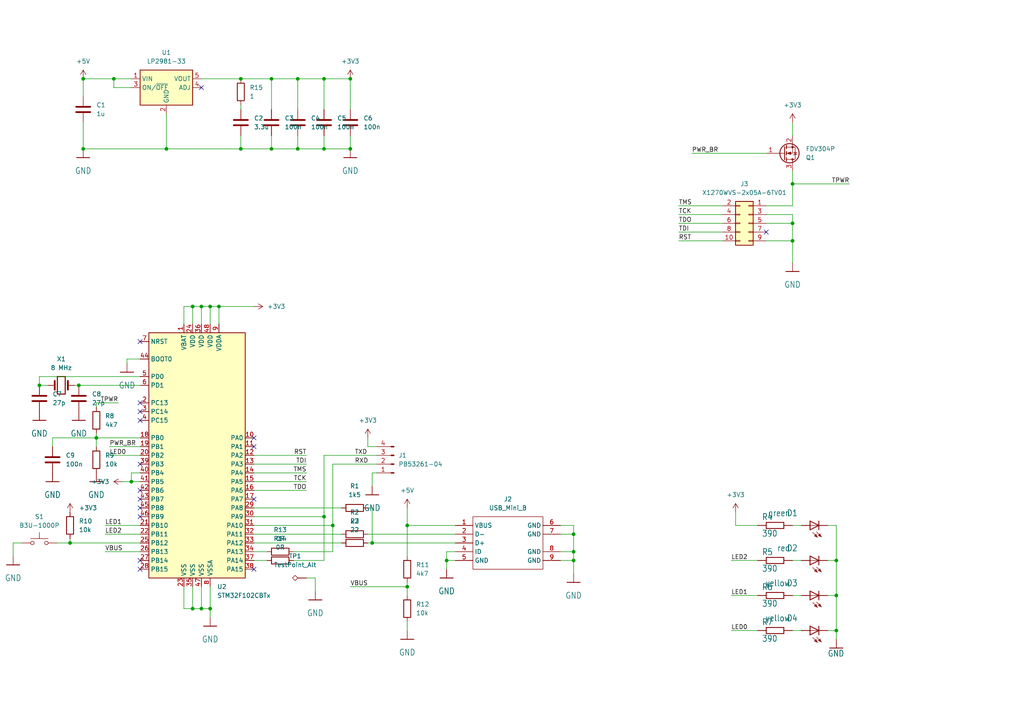
<source format=kicad_sch>
(kicad_sch (version 20211123) (generator eeschema)
  (paper "A4")
  (lib_symbols
    (symbol "Connector:Conn_01x04_Male" (pin_names (offset 1.016) hide)
      (property "Reference" "J" (at 0 5.08 0))
      (property "Value" "Conn_01x04_Male" (at 0 -7.62 0))
      (symbol "Conn_01x04_Male_1_1"
        (polyline (pts (xy 1.27 -5.08) (xy 0.8636 -5.08)) (stroke (width 0.1524)))
        (polyline (pts (xy 1.27 -2.54) (xy 0.8636 -2.54)) (stroke (width 0.1524)))
        (polyline (pts (xy 1.27 0) (xy 0.8636 0)) (stroke (width 0.1524)))
        (polyline (pts (xy 1.27 2.54) (xy 0.8636 2.54)) (stroke (width 0.1524)))
        (rectangle (start 0.8636 -4.953) (end 0 -5.207) (stroke (width 0.1524)) (fill (type outline)))
        (rectangle (start 0.8636 -2.413) (end 0 -2.667) (stroke (width 0.1524)) (fill (type outline)))
        (rectangle (start 0.8636 0.127) (end 0 -0.127) (stroke (width 0.1524)) (fill (type outline)))
        (rectangle (start 0.8636 2.667) (end 0 2.413) (stroke (width 0.1524)) (fill (type outline)))
        (pin passive line (at 5.08 2.54 180) (length 3.81) (name "Pin_1") (number "1"))
        (pin passive line (at 5.08 0 180) (length 3.81) (name "Pin_2") (number "2"))
        (pin passive line (at 5.08 -2.54 180) (length 3.81) (name "Pin_3") (number "3"))
        (pin passive line (at 5.08 -5.08 180) (length 3.81) (name "Pin_4") (number "4"))
      )
    )
    (symbol "Connector:TestPoint_Alt" (pin_numbers hide) (pin_names (offset 0.762) hide)
      (property "Reference" "TP" (at 0 6.858 0))
      (property "Value" "TestPoint_Alt" (at 0 5.08 0))
      (symbol "TestPoint_Alt_0_1"
        (polyline (pts (xy 0 2.54) (xy -0.762 3.302) (xy 0 4.064) (xy 0.762 3.302) (xy 0 2.54)))
      )
      (symbol "TestPoint_Alt_1_1"
        (pin passive line (at 0 0 90) (length 2.54) (name "1") (number "1"))
      )
    )
    (symbol "Connector_Generic:Conn_02x05_Odd_Even" (pin_names (offset 1.016) hide)
      (property "Reference" "J" (at 1.27 7.62 0))
      (property "Value" "Conn_02x05_Odd_Even" (at 1.27 -7.62 0))
      (symbol "Conn_02x05_Odd_Even_1_1"
        (rectangle (start -1.27 -4.953) (end 0 -5.207) (stroke (width 0.1524)))
        (rectangle (start -1.27 -2.413) (end 0 -2.667) (stroke (width 0.1524)))
        (rectangle (start -1.27 0.127) (end 0 -0.127) (stroke (width 0.1524)))
        (rectangle (start -1.27 2.667) (end 0 2.413) (stroke (width 0.1524)))
        (rectangle (start -1.27 5.207) (end 0 4.953) (stroke (width 0.1524)))
        (rectangle (start -1.27 6.35) (end 3.81 -6.35) (stroke (width 0.254)) (fill (type background)))
        (rectangle (start 3.81 -4.953) (end 2.54 -5.207) (stroke (width 0.1524)))
        (rectangle (start 3.81 -2.413) (end 2.54 -2.667) (stroke (width 0.1524)))
        (rectangle (start 3.81 0.127) (end 2.54 -0.127) (stroke (width 0.1524)))
        (rectangle (start 3.81 2.667) (end 2.54 2.413) (stroke (width 0.1524)))
        (rectangle (start 3.81 5.207) (end 2.54 4.953) (stroke (width 0.1524)))
        (pin passive line (at -5.08 5.08 0) (length 3.81) (name "Pin_1") (number "1"))
        (pin passive line (at 7.62 -5.08 180) (length 3.81) (name "Pin_10") (number "10"))
        (pin passive line (at 7.62 5.08 180) (length 3.81) (name "Pin_2") (number "2"))
        (pin passive line (at -5.08 2.54 0) (length 3.81) (name "Pin_3") (number "3"))
        (pin passive line (at 7.62 2.54 180) (length 3.81) (name "Pin_4") (number "4"))
        (pin passive line (at -5.08 0 0) (length 3.81) (name "Pin_5") (number "5"))
        (pin passive line (at 7.62 0 180) (length 3.81) (name "Pin_6") (number "6"))
        (pin passive line (at -5.08 -2.54 0) (length 3.81) (name "Pin_7") (number "7"))
        (pin passive line (at 7.62 -2.54 180) (length 3.81) (name "Pin_8") (number "8"))
        (pin passive line (at -5.08 -5.08 0) (length 3.81) (name "Pin_9") (number "9"))
      )
    )
    (symbol "Device:C" (pin_numbers hide) (pin_names (offset 0.254))
      (property "Reference" "C" (at 0.635 2.54 0))
      (property "Value" "C" (at 0.635 -2.54 0))
      (symbol "C_0_1"
        (polyline (pts (xy -2.032 -0.762) (xy 2.032 -0.762)) (stroke (width 0.508)))
        (polyline (pts (xy -2.032 0.762) (xy 2.032 0.762)) (stroke (width 0.508)))
      )
      (symbol "C_1_1"
        (pin passive line (at 0 3.81 270) (length 2.794) (name "~") (number "1"))
        (pin passive line (at 0 -3.81 90) (length 2.794) (name "~") (number "2"))
      )
    )
    (symbol "Device:Crystal" (pin_numbers hide) (pin_names (offset 1.016) hide)
      (property "Reference" "Y" (at 0 3.81 0))
      (property "Value" "Crystal" (at 0 -3.81 0))
      (symbol "Crystal_0_1"
        (rectangle (start -1.143 2.54) (end 1.143 -2.54) (stroke (width 0.3048)))
        (polyline (pts (xy -2.54 0) (xy -1.905 0)))
        (polyline (pts (xy -1.905 -1.27) (xy -1.905 1.27)) (stroke (width 0.508)))
        (polyline (pts (xy 1.905 -1.27) (xy 1.905 1.27)) (stroke (width 0.508)))
        (polyline (pts (xy 2.54 0) (xy 1.905 0)))
      )
      (symbol "Crystal_1_1"
        (pin passive line (at -3.81 0 0) (length 1.27) (name "1") (number "1"))
        (pin passive line (at 3.81 0 180) (length 1.27) (name "2") (number "2"))
      )
    )
    (symbol "Device:R" (pin_numbers hide) (pin_names (offset 0))
      (property "Reference" "R" (at 2.032 0 90))
      (property "Value" "R" (at 0 0 90))
      (symbol "R_0_1"
        (rectangle (start -1.016 -2.54) (end 1.016 2.54) (stroke (width 0.254)))
      )
      (symbol "R_1_1"
        (pin passive line (at 0 3.81 270) (length 1.27) (name "~") (number "1"))
        (pin passive line (at 0 -3.81 90) (length 1.27) (name "~") (number "2"))
      )
    )
    (symbol "LEDCHIPLED_0603_1"
      (property "Reference" "D1" (at 4.572 3.556 90))
      (property "Value" "LEDCHIPLED_0603_1" (at 4.572 5.715 90))
      (symbol "LEDCHIPLED_0603_1_1_0"
        (polyline (pts (xy -2.032 -0.762) (xy -3.429 -2.159)) (stroke (width 0.1524)))
        (polyline (pts (xy -1.905 -1.905) (xy -3.302 -3.302)) (stroke (width 0.1524)))
        (polyline (pts (xy 0 -2.54) (xy -1.27 -2.54)) (stroke (width 0.254)))
        (polyline (pts (xy 0 -2.54) (xy -1.27 0)) (stroke (width 0.254)))
        (polyline (pts (xy 0 0) (xy -1.27 0)) (stroke (width 0.254)))
        (polyline (pts (xy 0 0) (xy 0 -2.54)) (stroke (width 0.1524)))
        (polyline (pts (xy 1.27 -2.54) (xy 0 -2.54)) (stroke (width 0.254)))
        (polyline (pts (xy 1.27 0) (xy 0 -2.54)) (stroke (width 0.254)))
        (polyline (pts (xy 1.27 0) (xy 0 0)) (stroke (width 0.254)))
        (polyline (pts (xy -3.429 -2.159) (xy -3.048 -1.27) (xy -2.54 -1.778)) (fill (type outline)))
        (polyline (pts (xy -3.302 -3.302) (xy -2.921 -2.413) (xy -2.413 -2.921)) (fill (type outline)))
        (pin passive line (at 0 2.54 270) (length 2.54) (name "A") (number "1"))
        (pin passive line (at 0 -5.08 90) (length 2.54) (name "C") (number "2"))
      )
    )
    (symbol "LEDCHIPLED_0603_2"
      (property "Reference" "D2" (at 4.572 3.556 90))
      (property "Value" "LEDCHIPLED_0603_2" (at 4.572 5.715 90))
      (symbol "LEDCHIPLED_0603_2_1_0"
        (polyline (pts (xy -2.032 -0.762) (xy -3.429 -2.159)) (stroke (width 0.1524)))
        (polyline (pts (xy -1.905 -1.905) (xy -3.302 -3.302)) (stroke (width 0.1524)))
        (polyline (pts (xy 0 -2.54) (xy -1.27 -2.54)) (stroke (width 0.254)))
        (polyline (pts (xy 0 -2.54) (xy -1.27 0)) (stroke (width 0.254)))
        (polyline (pts (xy 0 0) (xy -1.27 0)) (stroke (width 0.254)))
        (polyline (pts (xy 0 0) (xy 0 -2.54)) (stroke (width 0.1524)))
        (polyline (pts (xy 1.27 -2.54) (xy 0 -2.54)) (stroke (width 0.254)))
        (polyline (pts (xy 1.27 0) (xy 0 -2.54)) (stroke (width 0.254)))
        (polyline (pts (xy 1.27 0) (xy 0 0)) (stroke (width 0.254)))
        (polyline (pts (xy -3.429 -2.159) (xy -3.048 -1.27) (xy -2.54 -1.778)) (fill (type outline)))
        (polyline (pts (xy -3.302 -3.302) (xy -2.921 -2.413) (xy -2.413 -2.921)) (fill (type outline)))
        (pin passive line (at 0 2.54 270) (length 2.54) (name "A") (number "1"))
        (pin passive line (at 0 -5.08 90) (length 2.54) (name "C") (number "2"))
      )
    )
    (symbol "LEDCHIPLED_0603_3"
      (property "Reference" "D3" (at 4.572 3.556 90))
      (property "Value" "LEDCHIPLED_0603_3" (at 4.572 5.715 90))
      (symbol "LEDCHIPLED_0603_3_1_0"
        (polyline (pts (xy -2.032 -0.762) (xy -3.429 -2.159)) (stroke (width 0.1524)))
        (polyline (pts (xy -1.905 -1.905) (xy -3.302 -3.302)) (stroke (width 0.1524)))
        (polyline (pts (xy 0 -2.54) (xy -1.27 -2.54)) (stroke (width 0.254)))
        (polyline (pts (xy 0 -2.54) (xy -1.27 0)) (stroke (width 0.254)))
        (polyline (pts (xy 0 0) (xy -1.27 0)) (stroke (width 0.254)))
        (polyline (pts (xy 0 0) (xy 0 -2.54)) (stroke (width 0.1524)))
        (polyline (pts (xy 1.27 -2.54) (xy 0 -2.54)) (stroke (width 0.254)))
        (polyline (pts (xy 1.27 0) (xy 0 -2.54)) (stroke (width 0.254)))
        (polyline (pts (xy 1.27 0) (xy 0 0)) (stroke (width 0.254)))
        (polyline (pts (xy -3.429 -2.159) (xy -3.048 -1.27) (xy -2.54 -1.778)) (fill (type outline)))
        (polyline (pts (xy -3.302 -3.302) (xy -2.921 -2.413) (xy -2.413 -2.921)) (fill (type outline)))
        (pin passive line (at 0 2.54 270) (length 2.54) (name "A") (number "1"))
        (pin passive line (at 0 -5.08 90) (length 2.54) (name "C") (number "2"))
      )
    )
    (symbol "MCU_ST_STM32F1:STM32F102CBTx"
      (property "Reference" "U" (at -15.24 36.83 0))
      (property "Value" "STM32F102CBTx" (at 7.62 36.83 0))
      (symbol "STM32F102CBTx_0_1"
        (rectangle (start -15.24 -35.56) (end 12.7 35.56) (stroke (width 0.254)) (fill (type background)))
      )
      (symbol "STM32F102CBTx_1_1"
        (pin power_in line (at -5.08 38.1 270) (length 2.54) (name "VBAT") (number "1"))
        (pin bidirectional line (at 15.24 5.08 180) (length 2.54) (name "PA0") (number "10"))
        (pin bidirectional line (at 15.24 2.54 180) (length 2.54) (name "PA1") (number "11"))
        (pin bidirectional line (at 15.24 0 180) (length 2.54) (name "PA2") (number "12"))
        (pin bidirectional line (at 15.24 -2.54 180) (length 2.54) (name "PA3") (number "13"))
        (pin bidirectional line (at 15.24 -5.08 180) (length 2.54) (name "PA4") (number "14"))
        (pin bidirectional line (at 15.24 -7.62 180) (length 2.54) (name "PA5") (number "15"))
        (pin bidirectional line (at 15.24 -10.16 180) (length 2.54) (name "PA6") (number "16"))
        (pin bidirectional line (at 15.24 -12.7 180) (length 2.54) (name "PA7") (number "17"))
        (pin bidirectional line (at -17.78 5.08 0) (length 2.54) (name "PB0") (number "18"))
        (pin bidirectional line (at -17.78 2.54 0) (length 2.54) (name "PB1") (number "19"))
        (pin bidirectional line (at -17.78 15.24 0) (length 2.54) (name "PC13") (number "2"))
        (pin bidirectional line (at -17.78 0 0) (length 2.54) (name "PB2") (number "20"))
        (pin bidirectional line (at -17.78 -20.32 0) (length 2.54) (name "PB10") (number "21"))
        (pin bidirectional line (at -17.78 -22.86 0) (length 2.54) (name "PB11") (number "22"))
        (pin power_in line (at -5.08 -38.1 90) (length 2.54) (name "VSS") (number "23"))
        (pin power_in line (at -2.54 38.1 270) (length 2.54) (name "VDD") (number "24"))
        (pin bidirectional line (at -17.78 -25.4 0) (length 2.54) (name "PB12") (number "25"))
        (pin bidirectional line (at -17.78 -27.94 0) (length 2.54) (name "PB13") (number "26"))
        (pin bidirectional line (at -17.78 -30.48 0) (length 2.54) (name "PB14") (number "27"))
        (pin bidirectional line (at -17.78 -33.02 0) (length 2.54) (name "PB15") (number "28"))
        (pin bidirectional line (at 15.24 -15.24 180) (length 2.54) (name "PA8") (number "29"))
        (pin bidirectional line (at -17.78 12.7 0) (length 2.54) (name "PC14") (number "3"))
        (pin bidirectional line (at 15.24 -17.78 180) (length 2.54) (name "PA9") (number "30"))
        (pin bidirectional line (at 15.24 -20.32 180) (length 2.54) (name "PA10") (number "31"))
        (pin bidirectional line (at 15.24 -22.86 180) (length 2.54) (name "PA11") (number "32"))
        (pin bidirectional line (at 15.24 -25.4 180) (length 2.54) (name "PA12") (number "33"))
        (pin bidirectional line (at 15.24 -27.94 180) (length 2.54) (name "PA13") (number "34"))
        (pin power_in line (at -2.54 -38.1 90) (length 2.54) (name "VSS") (number "35"))
        (pin power_in line (at 0 38.1 270) (length 2.54) (name "VDD") (number "36"))
        (pin bidirectional line (at 15.24 -30.48 180) (length 2.54) (name "PA14") (number "37"))
        (pin bidirectional line (at 15.24 -33.02 180) (length 2.54) (name "PA15") (number "38"))
        (pin bidirectional line (at -17.78 -2.54 0) (length 2.54) (name "PB3") (number "39"))
        (pin bidirectional line (at -17.78 10.16 0) (length 2.54) (name "PC15") (number "4"))
        (pin bidirectional line (at -17.78 -5.08 0) (length 2.54) (name "PB4") (number "40"))
        (pin bidirectional line (at -17.78 -7.62 0) (length 2.54) (name "PB5") (number "41"))
        (pin bidirectional line (at -17.78 -10.16 0) (length 2.54) (name "PB6") (number "42"))
        (pin bidirectional line (at -17.78 -12.7 0) (length 2.54) (name "PB7") (number "43"))
        (pin input line (at -17.78 27.94 0) (length 2.54) (name "BOOT0") (number "44"))
        (pin bidirectional line (at -17.78 -15.24 0) (length 2.54) (name "PB8") (number "45"))
        (pin bidirectional line (at -17.78 -17.78 0) (length 2.54) (name "PB9") (number "46"))
        (pin power_in line (at 0 -38.1 90) (length 2.54) (name "VSS") (number "47"))
        (pin power_in line (at 2.54 38.1 270) (length 2.54) (name "VDD") (number "48"))
        (pin input line (at -17.78 22.86 0) (length 2.54) (name "PD0") (number "5"))
        (pin input line (at -17.78 20.32 0) (length 2.54) (name "PD1") (number "6"))
        (pin input line (at -17.78 33.02 0) (length 2.54) (name "NRST") (number "7"))
        (pin power_in line (at 2.54 -38.1 90) (length 2.54) (name "VSSA") (number "8"))
        (pin power_in line (at 5.08 38.1 270) (length 2.54) (name "VDDA") (number "9"))
      )
    )
    (symbol "Regulator_Linear:LP2980-ADJ"
      (property "Reference" "U" (at 0 10.16 0))
      (property "Value" "LP2980-ADJ" (at 0 7.62 0))
      (symbol "LP2980-ADJ_0_1"
        (rectangle (start -7.62 5.08) (end 7.62 -5.08) (stroke (width 0.254)) (fill (type background)))
      )
      (symbol "LP2980-ADJ_1_1"
        (pin power_in line (at -10.16 2.54 0) (length 2.54) (name "VIN") (number "1"))
        (pin power_in line (at 0 -7.62 90) (length 2.54) (name "GND") (number "2"))
        (pin input line (at -10.16 0 0) (length 2.54) (name "ON/~{OFF}") (number "3"))
        (pin input line (at 10.16 0 180) (length 2.54) (name "ADJ") (number "4"))
        (pin power_out line (at 10.16 2.54 180) (length 2.54) (name "VOUT") (number "5"))
      )
    )
    (symbol "SparkFun_MicroMod_ESP32-eagle-import:GND" (power)
      (property "Value" "GND" (at 0 -0.254 0))
      (symbol "GND_1_0"
        (polyline (pts (xy -1.905 0) (xy 1.905 0)) (stroke (width 0.254)))
        (pin power_in line (at 0 2.54 270) (length 2.54) (name "GND") (number "1"))
      )
    )
    (symbol "Switch:SW_Push" (pin_numbers hide) (pin_names (offset 1.016) hide)
      (property "Reference" "SW" (at 1.27 2.54 0))
      (property "Value" "SW_Push" (at 0 -1.524 0))
      (symbol "SW_Push_0_1"
        (circle (center -2.032 0) (radius 0.508))
        (polyline (pts (xy 0 1.27) (xy 0 3.048)))
        (polyline (pts (xy 2.54 1.27) (xy -2.54 1.27)))
        (circle (center 2.032 0) (radius 0.508))
        (pin passive line (at -5.08 0 0) (length 2.54) (name "1") (number "1"))
        (pin passive line (at 5.08 0 180) (length 2.54) (name "2") (number "2"))
      )
    )
    (symbol "Transistor_FET:2N7000" (pin_names hide)
      (property "Reference" "Q1" (at 6.35 1.2701 0))
      (property "Value" "FDV304P" (at 6.35 -1.2699 0))
      (symbol "2N7000_0_1"
        (polyline (pts (xy 0.254 0) (xy -2.54 0)))
        (polyline (pts (xy 0.254 1.905) (xy 0.254 -1.905)) (stroke (width 0.254)))
        (polyline (pts (xy 0.762 -1.27) (xy 0.762 -2.286)) (stroke (width 0.254)))
        (polyline (pts (xy 0.762 0.508) (xy 0.762 -0.508)) (stroke (width 0.254)))
        (polyline (pts (xy 0.762 2.286) (xy 0.762 1.27)) (stroke (width 0.254)))
        (polyline (pts (xy 2.54 2.54) (xy 2.54 1.778)))
        (polyline (pts (xy 2.54 -2.54) (xy 2.54 0) (xy 0.762 0)))
        (polyline (pts (xy 0.762 -1.778) (xy 3.302 -1.778) (xy 3.302 1.778) (xy 0.762 1.778)))
        (polyline (pts (xy 1.016 0) (xy 2.032 0.381) (xy 2.032 -0.381) (xy 1.016 0)) (fill (type outline)))
        (polyline (pts (xy 2.794 0.508) (xy 2.921 0.381) (xy 3.683 0.381) (xy 3.81 0.254)))
        (polyline (pts (xy 3.302 0.381) (xy 2.921 -0.254) (xy 3.683 -0.254) (xy 3.302 0.381)))
        (circle (center 1.651 0) (radius 2.794) (stroke (width 0.254)))
        (circle (center 2.54 -1.778) (radius 0.254) (fill (type outline)))
        (circle (center 2.54 1.778) (radius 0.254) (fill (type outline)))
      )
      (symbol "2N7000_1_1"
        (pin input line (at -5.08 0 0) (length 2.54) (name "G") (number "1"))
        (pin passive line (at 2.54 -5.08 90) (length 2.54) (name "S") (number "2"))
        (pin passive line (at 2.54 5.08 270) (length 2.54) (name "D") (number "3"))
      )
    )
    (symbol "USB_Mini_B_1"
      (property "Reference" "J2" (at 0 12.7 0))
      (property "Value" "USB_Mini_B" (at 0 10.16 0))
      (symbol "USB_Mini_B_1_0_1"
        (rectangle (start -10.16 7.62) (end 10.16 -7.62))
      )
      (symbol "USB_Mini_B_1_1_0"
        (pin unspecified line (at 15.24 5.08 180) (length 5.08) (name "VBUS") (number "1"))
        (pin unspecified line (at 15.24 2.54 180) (length 5.08) (name "D-") (number "2"))
        (pin unspecified line (at 15.24 0 180) (length 5.08) (name "D+") (number "3"))
        (pin unspecified line (at 15.24 -2.54 180) (length 5.08) (name "ID") (number "4"))
        (pin unspecified line (at 15.24 -5.08 180) (length 5.08) (name "GND") (number "5"))
        (pin unspecified line (at -15.24 5.08 0) (length 5.08) (name "GND") (number "6"))
        (pin unspecified line (at -15.24 2.54 0) (length 5.08) (name "GND") (number "7"))
        (pin unspecified line (at -15.24 -2.54 0) (length 5.08) (name "GND") (number "8"))
        (pin unspecified line (at -15.24 -5.08 0) (length 5.08) (name "GND") (number "9"))
      )
    )
    (symbol "bmp_entropia-eagle-import:GND" (power)
      (property "Value" "GND" (at -2.54 -2.54 0))
      (symbol "GND_1_0"
        (polyline (pts (xy -1.905 0) (xy 1.905 0)) (stroke (width 0.254)))
        (pin power_in line (at 0 2.54 270) (length 2.54) (name "GND") (number "1"))
      )
    )
    (symbol "bmp_entropia-eagle-import:LEDCHIPLED_0603"
      (property "Reference" "D4" (at 4.572 3.556 90))
      (property "Value" "yellow" (at 4.572 5.715 90))
      (symbol "LEDCHIPLED_0603_1_0"
        (polyline (pts (xy -2.032 -0.762) (xy -3.429 -2.159)) (stroke (width 0.1524)))
        (polyline (pts (xy -1.905 -1.905) (xy -3.302 -3.302)) (stroke (width 0.1524)))
        (polyline (pts (xy 0 -2.54) (xy -1.27 -2.54)) (stroke (width 0.254)))
        (polyline (pts (xy 0 -2.54) (xy -1.27 0)) (stroke (width 0.254)))
        (polyline (pts (xy 0 0) (xy -1.27 0)) (stroke (width 0.254)))
        (polyline (pts (xy 0 0) (xy 0 -2.54)) (stroke (width 0.1524)))
        (polyline (pts (xy 1.27 -2.54) (xy 0 -2.54)) (stroke (width 0.254)))
        (polyline (pts (xy 1.27 0) (xy 0 -2.54)) (stroke (width 0.254)))
        (polyline (pts (xy 1.27 0) (xy 0 0)) (stroke (width 0.254)))
        (polyline (pts (xy -3.429 -2.159) (xy -3.048 -1.27) (xy -2.54 -1.778)) (fill (type outline)))
        (polyline (pts (xy -3.302 -3.302) (xy -2.921 -2.413) (xy -2.413 -2.921)) (fill (type outline)))
        (pin passive line (at 0 2.54 270) (length 2.54) (name "A") (number "1"))
        (pin passive line (at 0 -5.08 90) (length 2.54) (name "C") (number "2"))
      )
    )
    (symbol "bmp_entropia-eagle-import:R-EU_R0603"
      (property "Reference" "R" (at -3.81 1.4986 0))
      (property "Value" "R-EU_R0603" (at -3.81 -3.302 0))
      (symbol "R-EU_R0603_1_0"
        (polyline (pts (xy -2.54 -0.889) (xy -2.54 0.889)) (stroke (width 0.254)))
        (polyline (pts (xy -2.54 -0.889) (xy 2.54 -0.889)) (stroke (width 0.254)))
        (polyline (pts (xy 2.54 -0.889) (xy 2.54 0.889)) (stroke (width 0.254)))
        (polyline (pts (xy 2.54 0.889) (xy -2.54 0.889)) (stroke (width 0.254)))
        (pin passive line (at -5.08 0 0) (length 2.54) (name "1") (number "1"))
        (pin passive line (at 5.08 0 180) (length 2.54) (name "2") (number "2"))
      )
    )
    (symbol "power:+3V3" (power) (pin_names (offset 0))
      (property "Value" "+3V3" (at 0 3.556 0))
      (symbol "+3V3_0_1"
        (polyline (pts (xy -0.762 1.27) (xy 0 2.54)))
        (polyline (pts (xy 0 0) (xy 0 2.54)))
        (polyline (pts (xy 0 2.54) (xy 0.762 1.27)))
      )
      (symbol "+3V3_1_1"
        (pin power_in line (at 0 0 90) (length 0) hide (name "+3V3") (number "1"))
      )
    )
    (symbol "power:+5V" (power) (pin_names (offset 0))
      (property "Value" "+5V" (at 0 3.556 0))
      (symbol "+5V_0_1"
        (polyline (pts (xy -0.762 1.27) (xy 0 2.54)))
        (polyline (pts (xy 0 0) (xy 0 2.54)))
        (polyline (pts (xy 0 2.54) (xy 0.762 1.27)))
      )
      (symbol "+5V_1_1"
        (pin power_in line (at 0 0 90) (length 0) hide (name "+5V") (number "1"))
      )
    )
  )
  (junction (at 242.57 182.88))
  (junction (at 27.94 127))
  (junction (at 63.5 88.9))
  (junction (at 58.42 88.9))
  (junction (at 93.98 149.86))
  (junction (at 55.88 176.53))
  (junction (at 242.57 162.56))
  (junction (at 166.37 160.02))
  (junction (at 24.13 22.86))
  (junction (at 229.87 53.34))
  (junction (at 118.11 152.4))
  (junction (at 69.85 22.86))
  (junction (at 69.85 43.18))
  (junction (at 24.13 43.18))
  (junction (at 33.02 22.86))
  (junction (at 101.6 22.86))
  (junction (at 48.26 43.18))
  (junction (at 38.1 139.7))
  (junction (at 60.96 176.53))
  (junction (at 58.42 176.53))
  (junction (at 22.86 111.76))
  (junction (at 20.32 157.48))
  (junction (at 229.87 64.77))
  (junction (at 107.95 157.48))
  (junction (at 229.87 69.85))
  (junction (at 101.6 43.18))
  (junction (at 118.11 170.18))
  (junction (at 11.43 111.76))
  (junction (at 166.37 154.94))
  (junction (at 86.36 22.86))
  (junction (at 93.98 43.18))
  (junction (at 93.98 22.86))
  (junction (at 129.54 162.56))
  (junction (at 78.74 22.86))
  (junction (at 60.96 88.9))
  (junction (at 166.37 162.56))
  (junction (at 55.88 88.9))
  (junction (at 86.36 43.18))
  (junction (at 78.74 43.18))
  (junction (at 96.52 152.4))
  (junction (at 242.57 172.72))
  (no_connect (at 73.66 165.1))
  (no_connect (at 40.64 99.06))
  (no_connect (at 40.64 142.24))
  (no_connect (at 40.64 144.78))
  (no_connect (at 40.64 147.32))
  (no_connect (at 40.64 149.86))
  (no_connect (at 73.66 129.54))
  (no_connect (at 73.66 127))
  (no_connect (at 58.42 25.4))
  (no_connect (at 40.64 134.62))
  (no_connect (at 40.64 162.56))
  (no_connect (at 40.64 165.1))
  (no_connect (at 73.66 144.78))
  (no_connect (at 222.25 67.31))
  (no_connect (at 40.64 116.84))
  (no_connect (at 40.64 119.38))
  (no_connect (at 40.64 121.92))
  (wire (pts (xy 229.87 162.56) (xy 232.41 162.56)))
  (wire (pts (xy 38.1 25.4) (xy 33.02 25.4)))
  (wire (pts (xy 240.03 152.4) (xy 242.57 152.4)))
  (wire (pts (xy 240.03 182.88) (xy 242.57 182.88)))
  (wire (pts (xy 93.98 22.86) (xy 93.98 31.75)))
  (wire (pts (xy 129.54 162.56) (xy 129.54 165.1)))
  (wire (pts (xy 93.98 149.86) (xy 93.98 132.08)))
  (wire (pts (xy 15.24 127) (xy 15.24 129.54)))
  (wire (pts (xy 20.32 156.21) (xy 20.32 157.48)))
  (wire (pts (xy 78.74 22.86) (xy 78.74 31.75)))
  (wire (pts (xy 11.43 109.22) (xy 11.43 111.76)))
  (wire (pts (xy 55.88 88.9) (xy 55.88 93.98)))
  (wire (pts (xy 118.11 147.32) (xy 118.11 152.4)))
  (wire (pts (xy 53.34 93.98) (xy 53.34 88.9)))
  (wire (pts (xy 73.66 149.86) (xy 93.98 149.86)))
  (wire (pts (xy 31.75 132.08) (xy 40.64 132.08)))
  (wire (pts (xy 53.34 88.9) (xy 55.88 88.9)))
  (wire (pts (xy 30.48 154.94) (xy 40.64 154.94)))
  (wire (pts (xy 20.32 157.48) (xy 40.64 157.48)))
  (wire (pts (xy 118.11 182.88) (xy 118.11 180.34)))
  (wire (pts (xy 242.57 182.88) (xy 242.57 185.42)))
  (wire (pts (xy 196.85 59.69) (xy 209.55 59.69)))
  (wire (pts (xy 22.86 111.76) (xy 40.64 111.76)))
  (wire (pts (xy 53.34 176.53) (xy 55.88 176.53)))
  (wire (pts (xy 219.71 152.4) (xy 213.36 152.4)))
  (wire (pts (xy 40.64 104.14) (xy 36.83 104.14)))
  (wire (pts (xy 219.71 162.56) (xy 212.09 162.56)))
  (wire (pts (xy 24.13 35.56) (xy 24.13 43.18)))
  (wire (pts (xy 55.88 170.18) (xy 55.88 176.53)))
  (wire (pts (xy 93.98 132.08) (xy 109.22 132.08)))
  (wire (pts (xy 58.42 88.9) (xy 60.96 88.9)))
  (wire (pts (xy 96.52 152.4) (xy 96.52 134.62)))
  (wire (pts (xy 24.13 22.86) (xy 24.13 27.94)))
  (wire (pts (xy 229.87 53.34) (xy 246.38 53.34)))
  (wire (pts (xy 166.37 160.02) (xy 166.37 162.56)))
  (wire (pts (xy 96.52 134.62) (xy 109.22 134.62)))
  (wire (pts (xy 109.22 137.16) (xy 107.95 137.16)))
  (wire (pts (xy 60.96 176.53) (xy 60.96 179.07)))
  (wire (pts (xy 229.87 62.23) (xy 229.87 64.77)))
  (wire (pts (xy 40.64 137.16) (xy 38.1 137.16)))
  (wire (pts (xy 21.59 111.76) (xy 22.86 111.76)))
  (wire (pts (xy 55.88 176.53) (xy 58.42 176.53)))
  (wire (pts (xy 73.66 162.56) (xy 77.47 162.56)))
  (wire (pts (xy 101.6 170.18) (xy 118.11 170.18)))
  (wire (pts (xy 35.56 139.7) (xy 38.1 139.7)))
  (wire (pts (xy 196.85 69.85) (xy 209.55 69.85)))
  (wire (pts (xy 85.09 162.56) (xy 93.98 162.56)))
  (wire (pts (xy 242.57 162.56) (xy 242.57 172.72)))
  (wire (pts (xy 222.25 59.69) (xy 229.87 59.69)))
  (wire (pts (xy 229.87 172.72) (xy 232.41 172.72)))
  (wire (pts (xy 93.98 22.86) (xy 101.6 22.86)))
  (wire (pts (xy 73.66 154.94) (xy 99.06 154.94)))
  (wire (pts (xy 222.25 64.77) (xy 229.87 64.77)))
  (wire (pts (xy 53.34 170.18) (xy 53.34 176.53)))
  (wire (pts (xy 242.57 172.72) (xy 242.57 182.88)))
  (wire (pts (xy 162.56 162.56) (xy 166.37 162.56)))
  (wire (pts (xy 162.56 154.94) (xy 166.37 154.94)))
  (wire (pts (xy 86.36 22.86) (xy 93.98 22.86)))
  (wire (pts (xy 58.42 170.18) (xy 58.42 176.53)))
  (wire (pts (xy 118.11 168.91) (xy 118.11 170.18)))
  (wire (pts (xy 196.85 64.77) (xy 209.55 64.77)))
  (wire (pts (xy 162.56 152.4) (xy 166.37 152.4)))
  (wire (pts (xy 69.85 39.37) (xy 69.85 43.18)))
  (wire (pts (xy 33.02 22.86) (xy 38.1 22.86)))
  (wire (pts (xy 60.96 88.9) (xy 60.96 93.98)))
  (wire (pts (xy 222.25 69.85) (xy 229.87 69.85)))
  (wire (pts (xy 93.98 162.56) (xy 93.98 149.86)))
  (wire (pts (xy 27.94 127) (xy 27.94 129.54)))
  (wire (pts (xy 107.95 147.32) (xy 107.95 157.48)))
  (wire (pts (xy 106.68 147.32) (xy 107.95 147.32)))
  (wire (pts (xy 11.43 111.76) (xy 13.97 111.76)))
  (wire (pts (xy 73.66 152.4) (xy 96.52 152.4)))
  (wire (pts (xy 96.52 160.02) (xy 96.52 152.4)))
  (wire (pts (xy 229.87 152.4) (xy 232.41 152.4)))
  (wire (pts (xy 69.85 43.18) (xy 78.74 43.18)))
  (wire (pts (xy 91.44 167.64) (xy 91.44 171.45)))
  (wire (pts (xy 229.87 59.69) (xy 229.87 53.34)))
  (wire (pts (xy 166.37 162.56) (xy 166.37 166.37)))
  (wire (pts (xy 30.48 152.4) (xy 40.64 152.4)))
  (wire (pts (xy 106.68 154.94) (xy 132.08 154.94)))
  (wire (pts (xy 60.96 88.9) (xy 63.5 88.9)))
  (wire (pts (xy 16.51 157.48) (xy 20.32 157.48)))
  (wire (pts (xy 73.66 137.16) (xy 88.9 137.16)))
  (wire (pts (xy 132.08 160.02) (xy 129.54 160.02)))
  (wire (pts (xy 38.1 137.16) (xy 38.1 139.7)))
  (wire (pts (xy 118.11 152.4) (xy 132.08 152.4)))
  (wire (pts (xy 86.36 39.37) (xy 86.36 43.18)))
  (wire (pts (xy 229.87 53.34) (xy 229.87 49.53)))
  (wire (pts (xy 118.11 170.18) (xy 118.11 172.72)))
  (wire (pts (xy 166.37 154.94) (xy 166.37 160.02)))
  (wire (pts (xy 93.98 39.37) (xy 93.98 43.18)))
  (wire (pts (xy 27.94 118.11) (xy 27.94 116.84)))
  (wire (pts (xy 88.9 167.64) (xy 91.44 167.64)))
  (wire (pts (xy 73.66 160.02) (xy 77.47 160.02)))
  (wire (pts (xy 58.42 88.9) (xy 58.42 93.98)))
  (wire (pts (xy 78.74 22.86) (xy 86.36 22.86)))
  (wire (pts (xy 166.37 152.4) (xy 166.37 154.94)))
  (wire (pts (xy 86.36 43.18) (xy 93.98 43.18)))
  (wire (pts (xy 33.02 25.4) (xy 33.02 22.86)))
  (wire (pts (xy 55.88 88.9) (xy 58.42 88.9)))
  (wire (pts (xy 73.66 157.48) (xy 99.06 157.48)))
  (wire (pts (xy 86.36 22.86) (xy 86.36 31.75)))
  (wire (pts (xy 69.85 30.48) (xy 69.85 31.75)))
  (wire (pts (xy 196.85 62.23) (xy 209.55 62.23)))
  (wire (pts (xy 196.85 67.31) (xy 209.55 67.31)))
  (wire (pts (xy 38.1 139.7) (xy 40.64 139.7)))
  (wire (pts (xy 109.22 129.54) (xy 106.68 129.54)))
  (wire (pts (xy 93.98 43.18) (xy 101.6 43.18)))
  (wire (pts (xy 58.42 176.53) (xy 60.96 176.53)))
  (wire (pts (xy 58.42 22.86) (xy 69.85 22.86)))
  (wire (pts (xy 73.66 142.24) (xy 88.9 142.24)))
  (wire (pts (xy 242.57 152.4) (xy 242.57 162.56)))
  (wire (pts (xy 129.54 160.02) (xy 129.54 162.56)))
  (wire (pts (xy 106.68 157.48) (xy 107.95 157.48)))
  (wire (pts (xy 48.26 33.02) (xy 48.26 43.18)))
  (wire (pts (xy 240.03 172.72) (xy 242.57 172.72)))
  (wire (pts (xy 6.35 157.48) (xy 3.81 157.48)))
  (wire (pts (xy 162.56 160.02) (xy 166.37 160.02)))
  (wire (pts (xy 24.13 43.18) (xy 48.26 43.18)))
  (wire (pts (xy 27.94 127) (xy 40.64 127)))
  (wire (pts (xy 78.74 43.18) (xy 86.36 43.18)))
  (wire (pts (xy 27.94 125.73) (xy 27.94 127)))
  (wire (pts (xy 73.66 134.62) (xy 88.9 134.62)))
  (wire (pts (xy 219.71 172.72) (xy 212.09 172.72)))
  (wire (pts (xy 73.66 147.32) (xy 99.06 147.32)))
  (wire (pts (xy 73.66 139.7) (xy 88.9 139.7)))
  (wire (pts (xy 78.74 39.37) (xy 78.74 43.18)))
  (wire (pts (xy 229.87 69.85) (xy 229.87 76.2)))
  (wire (pts (xy 229.87 35.56) (xy 229.87 39.37)))
  (wire (pts (xy 213.36 152.4) (xy 213.36 148.59)))
  (wire (pts (xy 106.68 129.54) (xy 106.68 127)))
  (wire (pts (xy 219.71 182.88) (xy 212.09 182.88)))
  (wire (pts (xy 40.64 109.22) (xy 11.43 109.22)))
  (wire (pts (xy 69.85 22.86) (xy 78.74 22.86)))
  (wire (pts (xy 107.95 157.48) (xy 132.08 157.48)))
  (wire (pts (xy 229.87 64.77) (xy 229.87 69.85)))
  (wire (pts (xy 101.6 43.18) (xy 101.6 39.37)))
  (wire (pts (xy 229.87 182.88) (xy 232.41 182.88)))
  (wire (pts (xy 118.11 161.29) (xy 118.11 152.4)))
  (wire (pts (xy 15.24 127) (xy 27.94 127)))
  (wire (pts (xy 3.81 157.48) (xy 3.81 161.29)))
  (wire (pts (xy 30.48 160.02) (xy 40.64 160.02)))
  (wire (pts (xy 27.94 116.84) (xy 34.29 116.84)))
  (wire (pts (xy 240.03 162.56) (xy 242.57 162.56)))
  (wire (pts (xy 73.66 132.08) (xy 88.9 132.08)))
  (wire (pts (xy 101.6 22.86) (xy 101.6 31.75)))
  (wire (pts (xy 107.95 137.16) (xy 107.95 140.97)))
  (wire (pts (xy 48.26 43.18) (xy 69.85 43.18)))
  (wire (pts (xy 200.66 44.45) (xy 222.25 44.45)))
  (wire (pts (xy 36.83 104.14) (xy 36.83 105.41)))
  (wire (pts (xy 60.96 170.18) (xy 60.96 176.53)))
  (wire (pts (xy 63.5 88.9) (xy 73.66 88.9)))
  (wire (pts (xy 24.13 22.86) (xy 33.02 22.86)))
  (wire (pts (xy 129.54 162.56) (xy 132.08 162.56)))
  (wire (pts (xy 63.5 88.9) (xy 63.5 93.98)))
  (wire (pts (xy 85.09 160.02) (xy 96.52 160.02)))
  (wire (pts (xy 31.75 129.54) (xy 40.64 129.54)))
  (wire (pts (xy 222.25 62.23) (xy 229.87 62.23)))
  (label "TPWR" (at 246.38 53.34 180))
  (label "TPWR" (at 34.29 116.84 180))
  (label "VBUS" (at 101.6 170.18 0))
  (label "LED0" (at 212.09 182.88 0) (effects (font (size 1.2446 1.2446))))
  (label "TCK" (at 88.9 139.7 180))
  (label "LED1" (at 212.09 172.72 0) (effects (font (size 1.2446 1.2446))))
  (label "LED1" (at 30.48 152.4 0))
  (label "LED2" (at 212.09 162.56 0) (effects (font (size 1.2446 1.2446))))
  (label "TDO" (at 196.85 64.77 0))
  (label "RST" (at 88.9 132.08 180))
  (label "TDI" (at 88.9 134.62 180))
  (label "LED0" (at 31.75 132.08 0))
  (label "TXD" (at 102.87 132.08 0))
  (label "TDI" (at 196.85 67.31 0))
  (label "PWR_BR" (at 200.66 44.45 0))
  (label "TDO" (at 88.9 142.24 180))
  (label "RXD" (at 102.87 134.62 0))
  (label "TMS" (at 88.9 137.16 180))
  (label "TCK" (at 196.85 62.23 0))
  (label "VBUS" (at 30.48 160.02 0))
  (label "RST" (at 196.85 69.85 0))
  (label "TMS" (at 196.85 59.69 0))
  (label "LED2" (at 30.48 154.94 0))
  (label "PWR_BR" (at 31.75 129.54 0))
  (symbol (lib_id "power:+5V") (at 24.13 22.86 0) (unit 1)
    (property "Reference" "#PWR0104" (effects hide))
    (property "Value" "+5V" (at 24.13 17.78 0))
  )
  (symbol (lib_id "Device:C") (at 22.86 115.57 0) (unit 1)
    (property "Reference" "C8" (at 26.67 114.2999 0) (effects (justify left)))
    (property "Value" "27p" (at 26.67 116.8399 0) (effects (justify left)))
    (property "Footprint" "Capacitor_SMD:C_0402_1005Metric" (effects hide))
    (property "LCSC Number Part" "C1557" (effects hide))
  )
  (symbol (lib_id "SparkFun_MicroMod_ESP32-eagle-import:GND") (at 22.86 121.92 0) (unit 1)
    (property "Reference" "#GND0104" (effects hide))
    (property "Value" "GND" (at 22.86 125.73 0) (effects (font (size 1.778 1.5113))))
    (property "Footprint" "SparkFun_MicroMod_ESP32:" (effects hide))
  )
  (symbol (lib_id "SparkFun_MicroMod_ESP32-eagle-import:GND") (at 91.44 173.99 0) (unit 1)
    (property "Reference" "#GND0110" (effects hide))
    (property "Value" "GND" (at 91.44 177.8 0) (effects (font (size 1.778 1.5113))))
    (property "Footprint" "SparkFun_MicroMod_ESP32:" (effects hide))
  )
  (symbol (lib_id "bmp_entropia-eagle-import:GND") (at 242.57 187.96 0) (unit 1)
    (property "Reference" "#GND05" (effects hide))
    (property "Value" "GND" (at 240.03 190.5 0) (effects (font (size 1.778 1.5113)) (justify left bottom)))
    (property "Footprint" "bmp_entropia:" (effects hide))
  )
  (symbol (lib_id "Device:R") (at 27.94 121.92 0) (unit 1)
    (property "Reference" "R8" (at 30.48 120.6499 0) (effects (justify left)))
    (property "Value" "4k7" (at 30.48 123.1899 0) (effects (justify left)))
    (property "Footprint" "Resistor_SMD:R_0402_1005Metric" (effects hide))
    (property "LCSC Number Part" "C304616" (effects hide))
  )
  (symbol (lib_id "Switch:SW_Push") (at 11.43 157.48 0) (unit 1)
    (property "Reference" "S1" (at 11.43 149.86 0))
    (property "Value" "B3U-1000P" (at 11.43 152.4 0))
    (property "Footprint" "EOS:B3U-1000P" (effects hide))
    (property "LCSC Number Part" "C231329" (effects hide))
  )
  (symbol (lib_name "LEDCHIPLED_0603_3") (lib_id "bmp_entropia-eagle-import:LEDCHIPLED_0603") (at 234.95 172.72 90) (unit 1)
    (property "Reference" "D3" (at 231.394 168.148 90) (effects (font (size 1.778 1.5113)) (justify left bottom)))
    (property "Value" "yellow" (at 229.235 168.148 90) (effects (font (size 1.778 1.5113)) (justify left bottom)))
    (property "Footprint" "LED_SMD:LED_0603_1608Metric" (effects hide))
    (property "LCSC Number Part" "C89811" (effects hide))
  )
  (symbol (lib_id "Connector_Generic:Conn_02x05_Odd_Even") (at 217.17 64.77 0) (mirror y) (unit 1)
    (property "Reference" "J3" (at 215.9 53.34 0))
    (property "Value" "X1270WVS-2x05A-6TV01" (at 215.9 55.88 0))
    (property "Footprint" "EOS:X1270WVS-2x05A-6TV01" (effects hide))
    (property "LCSC Number Part" "C2962222" (effects hide))
  )
  (symbol (lib_id "bmp_entropia-eagle-import:R-EU_R0603") (at 224.79 152.4 0) (unit 1)
    (property "Reference" "R4" (at 220.98 150.9014 0) (effects (font (size 1.778 1.5113)) (justify left bottom)))
    (property "Value" "390" (at 220.98 155.702 0) (effects (font (size 1.778 1.5113)) (justify left bottom)))
    (property "Footprint" "Resistor_SMD:R_0402_1005Metric" (effects hide))
    (property "LCSC Number Part" "C25163" (effects hide))
  )
  (symbol (lib_id "Device:C") (at 15.24 133.35 0) (unit 1)
    (property "Reference" "C9" (at 19.05 132.0799 0) (effects (justify left)))
    (property "Value" "100n" (at 19.05 134.6199 0) (effects (justify left)))
    (property "Footprint" "Capacitor_SMD:C_0402_1005Metric" (effects hide))
    (property "LCSC Number Part" "C60474" (effects hide))
  )
  (symbol (lib_id "Connector:Conn_01x04_Male") (at 114.3 134.62 180) (unit 1)
    (property "Reference" "J1" (at 115.57 132.0799 0) (effects (justify right)))
    (property "Value" "PB53261−04" (at 115.57 134.6199 0) (effects (justify right)))
    (property "Footprint" "EOS:X1311WVS-04J-C18D42R1" (effects hide))
    (property "LCSC Number Part" "C2881571" (effects hide))
  )
  (symbol (lib_id "SparkFun_MicroMod_ESP32-eagle-import:GND") (at 107.95 143.51 0) (unit 1)
    (property "Reference" "#GND0111" (effects hide))
    (property "Value" "GND" (at 107.95 147.32 0) (effects (font (size 1.778 1.5113))))
    (property "Footprint" "SparkFun_MicroMod_ESP32:" (effects hide))
  )
  (symbol (lib_id "Device:R") (at 81.28 162.56 90) (unit 1)
    (property "Reference" "R14" (at 81.28 156.21 90))
    (property "Value" "0R" (at 81.28 158.75 90))
    (property "Footprint" "Resistor_SMD:R_0402_1005Metric" (effects hide))
    (property "LCSC Number Part" "C106231" (effects hide))
  )
  (symbol (lib_id "Device:R") (at 102.87 147.32 90) (unit 1)
    (property "Reference" "R1" (at 102.87 140.97 90))
    (property "Value" "1k5" (at 102.87 143.51 90))
    (property "Footprint" "Resistor_SMD:R_0402_1005Metric" (effects hide))
    (property "LCSC Number Part" "C25867" (effects hide))
  )
  (symbol (lib_id "Device:R") (at 118.11 165.1 0) (unit 1)
    (property "Reference" "R11" (at 120.65 163.8299 0) (effects (justify left)))
    (property "Value" "4k7" (at 120.65 166.3699 0) (effects (justify left)))
    (property "Footprint" "Resistor_SMD:R_0402_1005Metric" (effects hide))
    (property "LCSC Number Part" "C304616" (effects hide))
  )
  (symbol (lib_name "LEDCHIPLED_0603_2") (lib_id "bmp_entropia-eagle-import:LEDCHIPLED_0603") (at 234.95 162.56 90) (unit 1)
    (property "Reference" "D2" (at 231.394 157.988 90) (effects (font (size 1.778 1.5113)) (justify left bottom)))
    (property "Value" "red" (at 229.235 157.988 90) (effects (font (size 1.778 1.5113)) (justify left bottom)))
    (property "Footprint" "LED_SMD:LED_0603_1608Metric" (effects hide))
    (property "LCSC Number Part" "C375444" (effects hide))
  )
  (symbol (lib_id "SparkFun_MicroMod_ESP32-eagle-import:GND") (at 36.83 107.95 0) (unit 1)
    (property "Reference" "#GND0106" (effects hide))
    (property "Value" "GND" (at 36.83 111.76 0) (effects (font (size 1.778 1.5113))))
    (property "Footprint" "SparkFun_MicroMod_ESP32:" (effects hide))
  )
  (symbol (lib_id "power:+3V3") (at 20.32 148.59 0) (unit 1)
    (property "Reference" "#PWR0101" (effects hide))
    (property "Value" "+3V3" (at 22.86 147.3199 0) (effects (justify left)))
  )
  (symbol (lib_id "Device:C") (at 78.74 35.56 0) (unit 1)
    (property "Reference" "C3" (at 82.55 34.2899 0) (effects (justify left)))
    (property "Value" "100n" (at 82.55 36.8299 0) (effects (justify left)))
    (property "Footprint" "Capacitor_SMD:C_0402_1005Metric" (effects hide))
    (property "LCSC Number Part" "C60474" (effects hide))
  )
  (symbol (lib_id "bmp_entropia-eagle-import:LEDCHIPLED_0603") (at 234.95 182.88 90) (unit 1)
    (property "Reference" "D4" (at 231.394 178.308 90) (effects (font (size 1.778 1.5113)) (justify left bottom)))
    (property "Value" "yellow" (at 229.235 178.308 90) (effects (font (size 1.778 1.5113)) (justify left bottom)))
    (property "Footprint" "LED_SMD:LED_0603_1608Metric" (effects hide))
    (property "LCSC Number Part" "C89811" (effects hide))
  )
  (symbol (lib_id "SparkFun_MicroMod_ESP32-eagle-import:GND") (at 27.94 139.7 0) (unit 1)
    (property "Reference" "#GND0101" (effects hide))
    (property "Value" "GND" (at 27.94 143.51 0) (effects (font (size 1.778 1.5113))))
    (property "Footprint" "SparkFun_MicroMod_ESP32:" (effects hide))
  )
  (symbol (lib_id "Device:C") (at 93.98 35.56 0) (unit 1)
    (property "Reference" "C5" (at 97.79 34.2899 0) (effects (justify left)))
    (property "Value" "100n" (at 97.79 36.8299 0) (effects (justify left)))
    (property "Footprint" "Capacitor_SMD:C_0402_1005Metric" (effects hide))
    (property "LCSC Number Part" "C60474" (effects hide))
  )
  (symbol (lib_id "SparkFun_MicroMod_ESP32-eagle-import:GND") (at 166.37 168.91 0) (unit 1)
    (property "Reference" "#GND0115" (effects hide))
    (property "Value" "GND" (at 166.37 172.72 0) (effects (font (size 1.778 1.5113))))
    (property "Footprint" "SparkFun_MicroMod_ESP32:" (effects hide))
  )
  (symbol (lib_id "Connector:TestPoint_Alt") (at 88.9 167.64 90) (unit 1) (in_bom no)
    (property "Reference" "TP1" (at 85.598 161.29 90))
    (property "Value" "TestPoint_Alt" (at 85.598 163.83 90))
    (property "Footprint" "TestPoint:TestPoint_Pad_1.0x1.0mm" (effects hide))
  )
  (symbol (lib_id "Device:R") (at 118.11 176.53 0) (unit 1)
    (property "Reference" "R12" (at 120.65 175.2599 0) (effects (justify left)))
    (property "Value" "10k" (at 120.65 177.7999 0) (effects (justify left)))
    (property "Footprint" "Resistor_SMD:R_0402_1005Metric" (effects hide))
    (property "LCSC Number Part" "C140214" (effects hide))
  )
  (symbol (lib_id "power:+3V3") (at 101.6 22.86 0) (unit 1)
    (property "Reference" "#PWR0105" (effects hide))
    (property "Value" "+3V3" (at 101.6 17.78 0))
  )
  (symbol (lib_id "power:+3V3") (at 106.68 127 0) (unit 1)
    (property "Reference" "#PWR0106" (effects hide))
    (property "Value" "+3V3" (at 106.68 121.92 0))
  )
  (symbol (lib_id "Device:Crystal") (at 17.78 111.76 0) (unit 1)
    (property "Reference" "X1" (at 17.78 104.14 0))
    (property "Value" "8 MHz" (at 17.78 106.68 0))
    (property "Footprint" "EOS:G5308000201080" (effects hide))
    (property "LCSC Number Part" "C390781" (effects hide))
  )
  (symbol (lib_id "SparkFun_MicroMod_ESP32-eagle-import:GND") (at 60.96 181.61 0) (unit 1)
    (property "Reference" "#GND0109" (effects hide))
    (property "Value" "GND" (at 60.96 185.42 0) (effects (font (size 1.778 1.5113))))
    (property "Footprint" "SparkFun_MicroMod_ESP32:" (effects hide))
  )
  (symbol (lib_id "SparkFun_MicroMod_ESP32-eagle-import:GND") (at 129.54 167.64 0) (unit 1)
    (property "Reference" "#GND0112" (effects hide))
    (property "Value" "GND" (at 129.54 171.45 0) (effects (font (size 1.778 1.5113))))
    (property "Footprint" "SparkFun_MicroMod_ESP32:" (effects hide))
  )
  (symbol (lib_id "power:+3V3") (at 35.56 139.7 90) (unit 1)
    (property "Reference" "#PWR0102" (effects hide))
    (property "Value" "+3V3" (at 31.75 139.6999 90) (effects (justify left)))
  )
  (symbol (lib_id "SparkFun_MicroMod_ESP32-eagle-import:GND") (at 11.43 121.92 0) (unit 1)
    (property "Reference" "#GND0105" (effects hide))
    (property "Value" "GND" (at 11.43 125.73 0) (effects (font (size 1.778 1.5113))))
    (property "Footprint" "SparkFun_MicroMod_ESP32:" (effects hide))
  )
  (symbol (lib_id "bmp_entropia-eagle-import:R-EU_R0603") (at 224.79 172.72 0) (unit 1)
    (property "Reference" "R6" (at 220.98 171.2214 0) (effects (font (size 1.778 1.5113)) (justify left bottom)))
    (property "Value" "390" (at 220.98 176.022 0) (effects (font (size 1.778 1.5113)) (justify left bottom)))
    (property "Footprint" "Resistor_SMD:R_0402_1005Metric" (effects hide))
    (property "LCSC Number Part" "C25163" (effects hide))
  )
  (symbol (lib_id "SparkFun_MicroMod_ESP32-eagle-import:GND") (at 101.6 45.72 0) (unit 1)
    (property "Reference" "#GND0108" (effects hide))
    (property "Value" "GND" (at 101.6 49.53 0) (effects (font (size 1.778 1.5113))))
    (property "Footprint" "SparkFun_MicroMod_ESP32:" (effects hide))
  )
  (symbol (lib_id "Device:R") (at 27.94 133.35 0) (unit 1)
    (property "Reference" "R9" (at 30.48 132.0799 0) (effects (justify left)))
    (property "Value" "10k" (at 30.48 134.6199 0) (effects (justify left)))
    (property "Footprint" "Resistor_SMD:R_0402_1005Metric" (effects hide))
    (property "LCSC Number Part" "C140214" (effects hide))
  )
  (symbol (lib_id "power:+3V3") (at 73.66 88.9 270) (unit 1)
    (property "Reference" "#PWR0103" (effects hide))
    (property "Value" "+3V3" (at 77.47 88.8999 90) (effects (justify left)))
  )
  (symbol (lib_id "power:+3V3") (at 229.87 35.56 0) (unit 1)
    (property "Reference" "#PWR0110" (effects hide))
    (property "Value" "+3V3" (at 229.87 30.48 0))
  )
  (symbol (lib_id "power:+5V") (at 118.11 147.32 0) (unit 1)
    (property "Reference" "#PWR0108" (effects hide))
    (property "Value" "+5V" (at 118.11 142.24 0))
  )
  (symbol (lib_id "SparkFun_MicroMod_ESP32-eagle-import:GND") (at 15.24 139.7 0) (unit 1)
    (property "Reference" "#GND0102" (effects hide))
    (property "Value" "GND" (at 15.24 143.51 0) (effects (font (size 1.778 1.5113))))
    (property "Footprint" "SparkFun_MicroMod_ESP32:" (effects hide))
  )
  (symbol (lib_name "LEDCHIPLED_0603_1") (lib_id "bmp_entropia-eagle-import:LEDCHIPLED_0603") (at 234.95 152.4 90) (unit 1)
    (property "Reference" "D1" (at 231.394 147.828 90) (effects (font (size 1.778 1.5113)) (justify left bottom)))
    (property "Value" "green" (at 229.235 147.828 90) (effects (font (size 1.778 1.5113)) (justify left bottom)))
    (property "Footprint" "LED_SMD:LED_0603_1608Metric" (effects hide))
    (property "LCSC Number Part" "C434420" (effects hide))
  )
  (symbol (lib_id "MCU_ST_STM32F1:STM32F102CBTx") (at 58.42 132.08 0) (unit 1)
    (property "Reference" "U2" (at 62.9794 170.18 0) (effects (justify left)))
    (property "Value" "STM32F102CBTx" (at 62.9794 172.72 0) (effects (justify left)))
    (property "Footprint" "Package_QFP:LQFP-48_7x7mm_P0.5mm" (effects hide))
    (property "Datasheet" "http://www.st.com/st-web-ui/static/active/en/resource/technical/document/datasheet/CD00210831.pdf" (effects hide))
    (property "LCSC Number Part" "C8304" (effects hide))
  )
  (symbol (lib_id "Device:R") (at 81.28 160.02 90) (unit 1)
    (property "Reference" "R13" (at 81.28 153.67 90))
    (property "Value" "0R" (at 81.28 156.21 90))
    (property "Footprint" "Resistor_SMD:R_0402_1005Metric" (effects hide))
    (property "LCSC Number Part" "C106231" (effects hide))
  )
  (symbol (lib_id "power:+3V3") (at 213.36 148.59 0) (unit 1)
    (property "Reference" "#PWR0109" (effects hide))
    (property "Value" "+3V3" (at 213.36 143.51 0))
  )
  (symbol (lib_id "SparkFun_MicroMod_ESP32-eagle-import:GND") (at 3.81 163.83 0) (unit 1)
    (property "Reference" "#GND0103" (effects hide))
    (property "Value" "GND" (at 3.81 167.64 0) (effects (font (size 1.778 1.5113))))
    (property "Footprint" "SparkFun_MicroMod_ESP32:" (effects hide))
  )
  (symbol (lib_name "USB_Mini_B_1") (lib_id "BMP2:USB_Mini_B") (at 147.32 157.48 0) (mirror y) (unit 1)
    (property "Reference" "J2" (at 147.32 144.78 0))
    (property "Value" "USB_Mini_B" (at 147.32 147.32 0))
    (property "Footprint" "EOS:U-M-M5SS-W-2" (effects hide))
    (property "LCSC Number Part" "C91144" (effects hide))
  )
  (symbol (lib_id "SparkFun_MicroMod_ESP32-eagle-import:GND") (at 118.11 185.42 0) (unit 1)
    (property "Reference" "#GND0113" (effects hide))
    (property "Value" "GND" (at 118.11 189.23 0) (effects (font (size 1.778 1.5113))))
    (property "Footprint" "SparkFun_MicroMod_ESP32:" (effects hide))
  )
  (symbol (lib_id "bmp_entropia-eagle-import:R-EU_R0603") (at 224.79 182.88 0) (unit 1)
    (property "Reference" "R7" (at 220.98 181.3814 0) (effects (font (size 1.778 1.5113)) (justify left bottom)))
    (property "Value" "390" (at 220.98 186.182 0) (effects (font (size 1.778 1.5113)) (justify left bottom)))
    (property "Footprint" "Resistor_SMD:R_0402_1005Metric" (effects hide))
    (property "LCSC Number Part" "C25163" (effects hide))
  )
  (symbol (lib_id "bmp_entropia-eagle-import:R-EU_R0603") (at 224.79 162.56 0) (unit 1)
    (property "Reference" "R5" (at 220.98 161.0614 0) (effects (font (size 1.778 1.5113)) (justify left bottom)))
    (property "Value" "390" (at 220.98 165.862 0) (effects (font (size 1.778 1.5113)) (justify left bottom)))
    (property "Footprint" "Resistor_SMD:R_0402_1005Metric" (effects hide))
    (property "LCSC Number Part" "C25163" (effects hide))
  )
  (symbol (lib_id "Device:R") (at 69.85 26.67 0) (unit 1)
    (property "Reference" "R15" (at 72.39 25.3999 0) (effects (justify left)))
    (property "Value" "1" (at 72.39 27.9399 0) (effects (justify left)))
    (property "Footprint" "Resistor_SMD:R_0402_1005Metric" (effects hide))
    (property "LCSC Number Part" "C25147" (effects hide))
  )
  (symbol (lib_id "Transistor_FET:2N7000") (at 227.33 44.45 0) (mirror x) (unit 1)
    (property "Reference" "Q1" (at 233.68 45.7201 0) (effects (justify left)))
    (property "Value" "FDV304P" (at 233.68 43.1801 0) (effects (justify left)))
    (property "Footprint" "Package_TO_SOT_SMD:SOT-23" (effects hide))
    (property "Datasheet" "https://www.vishay.com/docs/70226/70226.pdf" (effects hide))
    (property "LCSC Number Part" "C709971" (effects hide))
  )
  (symbol (lib_id "Device:C") (at 24.13 31.75 0) (unit 1)
    (property "Reference" "C1" (at 27.94 30.4799 0) (effects (justify left)))
    (property "Value" "1u" (at 27.94 33.0199 0) (effects (justify left)))
    (property "Footprint" "Capacitor_SMD:C_0402_1005Metric" (effects hide))
    (property "LCSC Number Part" "C107372" (effects hide))
  )
  (symbol (lib_id "Device:C") (at 101.6 35.56 0) (unit 1)
    (property "Reference" "C6" (at 105.41 34.2899 0) (effects (justify left)))
    (property "Value" "100n" (at 105.41 36.8299 0) (effects (justify left)))
    (property "Footprint" "Capacitor_SMD:C_0402_1005Metric" (effects hide))
    (property "LCSC Number Part" "C60474" (effects hide))
  )
  (symbol (lib_id "Device:R") (at 20.32 152.4 0) (unit 1)
    (property "Reference" "R10" (at 22.86 151.1299 0) (effects (justify left)))
    (property "Value" "10k" (at 22.86 153.6699 0) (effects (justify left)))
    (property "Footprint" "Resistor_SMD:R_0402_1005Metric" (effects hide))
    (property "LCSC Number Part" "C140214" (effects hide))
  )
  (symbol (lib_id "Device:C") (at 86.36 35.56 0) (unit 1)
    (property "Reference" "C4" (at 90.17 34.2899 0) (effects (justify left)))
    (property "Value" "100n" (at 90.17 36.8299 0) (effects (justify left)))
    (property "Footprint" "Capacitor_SMD:C_0402_1005Metric" (effects hide))
    (property "LCSC Number Part" "C60474" (effects hide))
  )
  (symbol (lib_id "Device:C") (at 11.43 115.57 0) (unit 1)
    (property "Reference" "C7" (at 15.24 114.2999 0) (effects (justify left)))
    (property "Value" "27p" (at 15.24 116.8399 0) (effects (justify left)))
    (property "Footprint" "Capacitor_SMD:C_0402_1005Metric" (effects hide))
    (property "LCSC Number Part" "C1557" (effects hide))
  )
  (symbol (lib_id "SparkFun_MicroMod_ESP32-eagle-import:GND") (at 24.13 45.72 0) (unit 1)
    (property "Reference" "#GND0107" (effects hide))
    (property "Value" "GND" (at 24.13 49.53 0) (effects (font (size 1.778 1.5113))))
    (property "Footprint" "SparkFun_MicroMod_ESP32:" (effects hide))
  )
  (symbol (lib_id "Device:R") (at 102.87 154.94 90) (unit 1)
    (property "Reference" "R2" (at 102.87 148.59 90))
    (property "Value" "22" (at 102.87 151.13 90))
    (property "Footprint" "Resistor_SMD:R_0402_1005Metric" (effects hide))
    (property "LCSC Number Part" "C25092" (effects hide))
  )
  (symbol (lib_id "Regulator_Linear:LP2980-ADJ") (at 48.26 25.4 0) (unit 1)
    (property "Reference" "U1" (at 48.26 15.24 0))
    (property "Value" "LP2981-33" (at 48.26 17.78 0))
    (property "Footprint" "Package_TO_SOT_SMD:SOT-23-5" (effects hide))
    (property "Datasheet" "http://www.ti.com/lit/ds/symlink/lp2980-adj.pdf" (effects hide))
    (property "LCSC Number Part" "C129997" (effects hide))
  )
  (symbol (lib_id "SparkFun_MicroMod_ESP32-eagle-import:GND") (at 229.87 78.74 0) (unit 1)
    (property "Reference" "#GND0114" (effects hide))
    (property "Value" "GND" (at 229.87 82.55 0) (effects (font (size 1.778 1.5113))))
    (property "Footprint" "SparkFun_MicroMod_ESP32:" (effects hide))
  )
  (symbol (lib_id "Device:C") (at 69.85 35.56 0) (unit 1)
    (property "Reference" "C2" (at 73.66 34.2899 0) (effects (justify left)))
    (property "Value" "3.3u" (at 73.66 36.8299 0) (effects (justify left)))
    (property "Footprint" "Capacitor_SMD:C_0603_1608Metric" (effects hide))
    (property "LCSC Number Part" "C51412" (effects hide))
  )
  (symbol (lib_id "Device:R") (at 102.87 157.48 90) (unit 1)
    (property "Reference" "R3" (at 102.87 151.13 90))
    (property "Value" "22" (at 102.87 153.67 90))
    (property "Footprint" "Resistor_SMD:R_0402_1005Metric" (effects hide))
    (property "LCSC Number Part" "C25092" (effects hide))
  )
)
</source>
